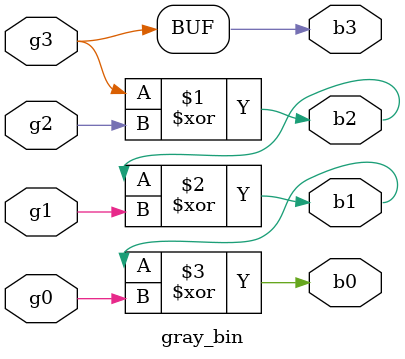
<source format=v>

module gray_bin(input g3,
                input g2,
                input g1,
                input g0,
                output b3,
                output b2,
                output b1,
                output b0);
  buf buf1(b3,g3);
  xor xor1(b2,b3,g2);
  xor xor2(b1,b2,g1);
  xor xor3(b0,b1,g0);
endmodule

</source>
